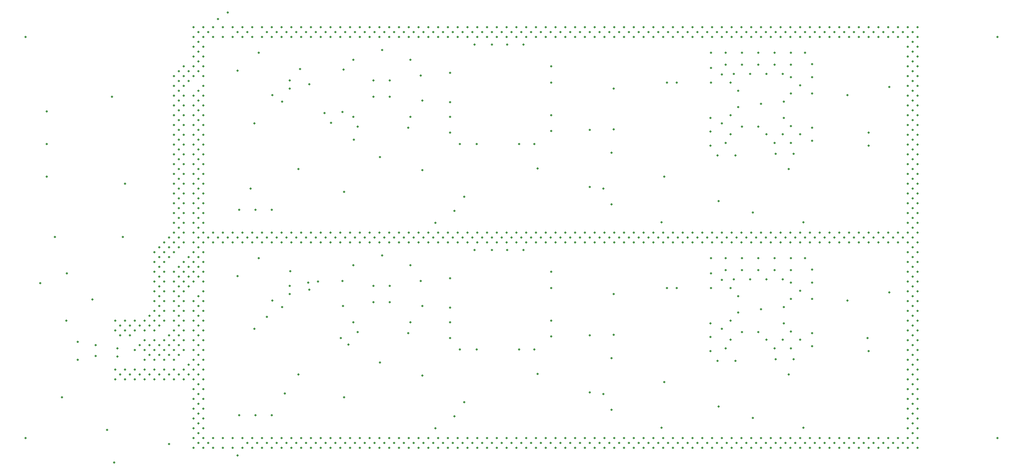
<source format=gbo>
%TF.GenerationSoftware,KiCad,Pcbnew,7.0.10-7.0.10~ubuntu22.04.1*%
%TF.CreationDate,2024-02-23T19:53:56-06:00*%
%TF.ProjectId,aom_driver,616f6d5f-6472-4697-9665-722e6b696361,v1*%
%TF.SameCoordinates,Original*%
%TF.FileFunction,Legend,Bot*%
%TF.FilePolarity,Positive*%
%FSLAX46Y46*%
G04 Gerber Fmt 4.6, Leading zero omitted, Abs format (unit mm)*
G04 Created by KiCad (PCBNEW 7.0.10-7.0.10~ubuntu22.04.1) date 2024-02-23 19:53:56*
%MOMM*%
%LPD*%
G01*
G04 APERTURE LIST*
%ADD10C,0.350000*%
G04 APERTURE END LIST*
D10*
X196889500Y-97282000D03*
X107188500Y-64643500D03*
X174752000Y-97282500D03*
X174751500Y-129286000D03*
X142493500Y-127507500D03*
X142494000Y-95504000D03*
X125348500Y-124586500D03*
X125349000Y-92583000D03*
X196889000Y-129285500D03*
X207010000Y-83312000D03*
X206883000Y-115315500D03*
X80264500Y-99568000D03*
X98806500Y-91313500D03*
X171958000Y-130937000D03*
X98806500Y-77597500D03*
X195326000Y-86614000D03*
X201676000Y-131699000D03*
X101854500Y-101981500D03*
X213868500Y-131699500D03*
X157607500Y-73025500D03*
X141859500Y-83312500D03*
X172720500Y-99695500D03*
X100330500Y-95885500D03*
X214630500Y-71501500D03*
X120142000Y-132461000D03*
X140716500Y-67691500D03*
X213106500Y-118745500D03*
X100330500Y-82169500D03*
X107950500Y-100457500D03*
X141859000Y-115316000D03*
X157607500Y-80645500D03*
X101092500Y-105791500D03*
X120142500Y-68453500D03*
X184785000Y-102870000D03*
X147574000Y-130937000D03*
X141478500Y-68453500D03*
X108712500Y-99695500D03*
X177292000Y-131699000D03*
X91948500Y-121031500D03*
X162814000Y-130937000D03*
X162052500Y-99695500D03*
X102616500Y-93599500D03*
X187960500Y-67691500D03*
X139192500Y-67691500D03*
X207010500Y-68453500D03*
X155194000Y-130937000D03*
X191770500Y-100457500D03*
X135382500Y-66929500D03*
X139192500Y-99695500D03*
X103378500Y-89789500D03*
X101854500Y-82169500D03*
X99568500Y-98171500D03*
X152908000Y-131699000D03*
X184912500Y-99695500D03*
X107950500Y-68453500D03*
X133096500Y-99695500D03*
X197866000Y-130937000D03*
X112522500Y-66929500D03*
X149860500Y-99695500D03*
X191008000Y-131699000D03*
X213868500Y-127127500D03*
X101854500Y-88265500D03*
X145669000Y-101600000D03*
X126238500Y-98933500D03*
X138430500Y-66929500D03*
X141859000Y-112903000D03*
X139572500Y-129412500D03*
X101854500Y-114173500D03*
X182499000Y-102870000D03*
X156718500Y-100457500D03*
X98044500Y-101219500D03*
X214630500Y-68453500D03*
X213106500Y-86741500D03*
X214630500Y-114173500D03*
X181102500Y-66929500D03*
X99568500Y-108839500D03*
X102616500Y-105791500D03*
X197866500Y-66929500D03*
X97282500Y-101981500D03*
X106426000Y-132461000D03*
X182626000Y-132461000D03*
X102616500Y-116459500D03*
X100330500Y-111125500D03*
X109474000Y-130937000D03*
X126238500Y-68453500D03*
X194563000Y-121030000D03*
X92710500Y-121793500D03*
X214630500Y-132461500D03*
X95758500Y-114173500D03*
X115697000Y-110490000D03*
X129286000Y-132461000D03*
X213106500Y-66929500D03*
X170434500Y-66929500D03*
X212344500Y-131699500D03*
X168148500Y-99695500D03*
X123190500Y-98933500D03*
X101854500Y-100457500D03*
X213106500Y-80645500D03*
X144526500Y-100457500D03*
X179578500Y-100457500D03*
X177292500Y-67691500D03*
X182499500Y-75565500D03*
X103378500Y-92837500D03*
X98044500Y-114935500D03*
X168910000Y-130937000D03*
X97282500Y-121793500D03*
X213868500Y-96647500D03*
X106426500Y-100457500D03*
X97282500Y-117221500D03*
X118618500Y-66929500D03*
X194945500Y-70866500D03*
X187198000Y-132461000D03*
X91186500Y-121793500D03*
X121666500Y-66929500D03*
X98044500Y-116459500D03*
X101854500Y-103505500D03*
X205486000Y-132461000D03*
X111760000Y-131699000D03*
X203962000Y-130937000D03*
X183641500Y-125983500D03*
X101854500Y-89789500D03*
X184150000Y-130937000D03*
X161290500Y-100457500D03*
X115570000Y-132461000D03*
X100330500Y-97409500D03*
X213868500Y-108839500D03*
X198247500Y-77216500D03*
X209296500Y-67691500D03*
X210058500Y-98933500D03*
X214630500Y-85217500D03*
X154432000Y-131699000D03*
X101854500Y-105029500D03*
X152146000Y-132461000D03*
X109474500Y-100457500D03*
X153670500Y-66929500D03*
X99568500Y-96647500D03*
X103378500Y-121793500D03*
X98806500Y-88265500D03*
X149098500Y-98933500D03*
X136906500Y-68453500D03*
X203962500Y-98933500D03*
X89662500Y-114173500D03*
X179578500Y-66929500D03*
X124769500Y-115317500D03*
X114046500Y-98933500D03*
X178054500Y-68453500D03*
X198247000Y-106680000D03*
X96520500Y-104267500D03*
X110998000Y-132461000D03*
X155956000Y-131699000D03*
X164338500Y-68453500D03*
X120904500Y-99695500D03*
X210058500Y-100457500D03*
X213106500Y-68453500D03*
X130810500Y-98933500D03*
X158242500Y-66929500D03*
X196342000Y-132461000D03*
X104140500Y-67691500D03*
X189015500Y-127762000D03*
X149098500Y-66929500D03*
X183642000Y-93980000D03*
X103378500Y-100457500D03*
X128524000Y-131699000D03*
X143764500Y-67691500D03*
X176530500Y-68453500D03*
X161290000Y-132461000D03*
X102616500Y-87503500D03*
X106426500Y-66929500D03*
X174244500Y-67691500D03*
X213868500Y-102743500D03*
X137470000Y-121160000D03*
X214630500Y-115697500D03*
X207772000Y-131699000D03*
X213106500Y-77597500D03*
X131572500Y-67691500D03*
X89662500Y-120269500D03*
X152908500Y-67691500D03*
X168148000Y-131699000D03*
X99568500Y-79883500D03*
X127437500Y-82425500D03*
X118166000Y-89029000D03*
X191770500Y-98933500D03*
X92710500Y-114173500D03*
X181102000Y-130937000D03*
X210058500Y-68453500D03*
X141478500Y-100457500D03*
X115697500Y-78486500D03*
X213106500Y-127889500D03*
X97282500Y-120269500D03*
X99568500Y-89027500D03*
X101854500Y-80645500D03*
X102616500Y-131699500D03*
X185674500Y-98933500D03*
X187960500Y-99695500D03*
X126238000Y-132461000D03*
X168910500Y-98933500D03*
X214630500Y-77597500D03*
X186309000Y-118872000D03*
X98806500Y-89789500D03*
X123190500Y-100457500D03*
X155447500Y-120903500D03*
X118618500Y-98933500D03*
X197104500Y-70866500D03*
X186309500Y-86868500D03*
X136906000Y-132461000D03*
X213106500Y-123317500D03*
X161290500Y-66929500D03*
X178054500Y-66929500D03*
X167004500Y-126491500D03*
X127762500Y-98933500D03*
X127000500Y-99695500D03*
X145288500Y-99695500D03*
X117856000Y-131699000D03*
X214630500Y-86741500D03*
X108712500Y-67691500D03*
X99568500Y-110363500D03*
X103378500Y-83693500D03*
X100330500Y-92837500D03*
X95758500Y-109601500D03*
X205486500Y-68453500D03*
X95758500Y-118745500D03*
X137470000Y-110365000D03*
X213106500Y-98933500D03*
X159766500Y-66929500D03*
X90043500Y-118237500D03*
X164338500Y-66929500D03*
X95758500Y-120269500D03*
X175189500Y-90172500D03*
X175768500Y-67691500D03*
X144018000Y-93345000D03*
X124714000Y-132461000D03*
X147574500Y-100457500D03*
X182626500Y-68453500D03*
X117094500Y-98933500D03*
X102616500Y-111887500D03*
X213106500Y-69977500D03*
X171958000Y-132461000D03*
X133858500Y-100457500D03*
X207772500Y-67691500D03*
X103378500Y-97409500D03*
X213106500Y-100457500D03*
X175006500Y-100457500D03*
X192405500Y-70866500D03*
X214630500Y-95885500D03*
X99568500Y-116459500D03*
X102616500Y-92075500D03*
X210820000Y-131699000D03*
X195580500Y-99695500D03*
X213868500Y-92075500D03*
X139954500Y-100457500D03*
X213106500Y-115697500D03*
X101854500Y-77597500D03*
X137668000Y-131699000D03*
X92710500Y-120269500D03*
X175006000Y-132461000D03*
X208534500Y-100457500D03*
X165862500Y-98933500D03*
X131247500Y-70487500D03*
X127762500Y-100457500D03*
X104140500Y-131699500D03*
X100330500Y-89789500D03*
X134620500Y-99695500D03*
X104902500Y-66929500D03*
X86106000Y-109363000D03*
X103378500Y-115697500D03*
X114046500Y-66929500D03*
X187198500Y-68453500D03*
X155194500Y-68453500D03*
X101854500Y-112649500D03*
X184150000Y-132461000D03*
X103378500Y-101981500D03*
X159004500Y-67691500D03*
X162814500Y-98933500D03*
X197866500Y-68453500D03*
X122428500Y-67691500D03*
X110236000Y-131699000D03*
X113284000Y-131699000D03*
X123190000Y-132461000D03*
X100330500Y-100457500D03*
X213106500Y-79121500D03*
X167386500Y-68453500D03*
X166624500Y-99695500D03*
X99568500Y-121031500D03*
X191770000Y-132461000D03*
X160528500Y-99695500D03*
X94996000Y-111887000D03*
X197866000Y-132461000D03*
X124714500Y-66929500D03*
X88392000Y-129667000D03*
X98806500Y-105029500D03*
X159004500Y-99695500D03*
X213868500Y-111887500D03*
X196342500Y-68453500D03*
X213868500Y-93599500D03*
X213106500Y-114173500D03*
X103378500Y-105029500D03*
X206248500Y-99695500D03*
X139573000Y-97409000D03*
X98806500Y-83693500D03*
X213868500Y-95123500D03*
X117094500Y-100457500D03*
X91948500Y-114935500D03*
X139954500Y-66929500D03*
X107188500Y-99695500D03*
X144526500Y-98933500D03*
X81407500Y-124587500D03*
X170434500Y-100457500D03*
X182372000Y-117348000D03*
X155194500Y-98933500D03*
X207010000Y-117348000D03*
X95758500Y-108077500D03*
X183388500Y-99695500D03*
X186436500Y-99695500D03*
X101854500Y-118745500D03*
X190246000Y-130937000D03*
X101854500Y-97409500D03*
X109474500Y-66929500D03*
X182372500Y-85344500D03*
X116332500Y-67691500D03*
X103378500Y-118745500D03*
X207010000Y-132461000D03*
X202438500Y-98933500D03*
X100330500Y-117221500D03*
X147574500Y-98933500D03*
X111760500Y-99695500D03*
X213106500Y-121793500D03*
X184912500Y-67691500D03*
X103378500Y-88265500D03*
X149098500Y-68453500D03*
X102616500Y-130175500D03*
X90845000Y-99618000D03*
X99568500Y-95123500D03*
X120142500Y-98933500D03*
X126238500Y-100457500D03*
X129286500Y-68453500D03*
X104902500Y-68453500D03*
X115570500Y-100457500D03*
X101854500Y-109601500D03*
X193294500Y-100457500D03*
X146050500Y-98933500D03*
X175006500Y-66929500D03*
X100330500Y-86741500D03*
X140716000Y-131699000D03*
X212344500Y-99695500D03*
X112522000Y-130937000D03*
X142240500Y-99695500D03*
X117094500Y-68453500D03*
X111379000Y-81915000D03*
X187198500Y-66929500D03*
X213106500Y-108077500D03*
X155448000Y-88900000D03*
X103378500Y-123317500D03*
X105664500Y-99695500D03*
X200914500Y-98933500D03*
X93472500Y-113411500D03*
X143002500Y-98933500D03*
X193294500Y-68453500D03*
X205486500Y-98933500D03*
X184150500Y-66929500D03*
X166624500Y-67691500D03*
X101854500Y-106553500D03*
X98806500Y-97409500D03*
X90424500Y-121031500D03*
X207010000Y-85344000D03*
X117094500Y-66929500D03*
X173482500Y-98933500D03*
X98806500Y-85217500D03*
X165100500Y-99695500D03*
X98806500Y-101981500D03*
X213868500Y-114935500D03*
X156718000Y-130937000D03*
X123952500Y-67691500D03*
X103378500Y-117221500D03*
X161290500Y-68453500D03*
X186436500Y-67691500D03*
X214630500Y-109601500D03*
X98806500Y-115697500D03*
X214630500Y-127889500D03*
X211582500Y-68453500D03*
X198247000Y-104648000D03*
X138430500Y-100457500D03*
X192532500Y-67691500D03*
X214630500Y-91313500D03*
X117856500Y-67691500D03*
X203200000Y-131699000D03*
X98806500Y-118745500D03*
X114808500Y-99695500D03*
X96520500Y-113411500D03*
X99568500Y-73787500D03*
X101854500Y-85217500D03*
X182499500Y-73279500D03*
X115570500Y-68453500D03*
X141859500Y-74041500D03*
X141478500Y-66929500D03*
X164338500Y-100457500D03*
X205486500Y-100457500D03*
X210058500Y-66929500D03*
X123190500Y-66929500D03*
X192532500Y-99695500D03*
X185674500Y-100457500D03*
X118618500Y-68453500D03*
X175006500Y-98933500D03*
X159766500Y-98933500D03*
X99568500Y-87503500D03*
X110998000Y-130937000D03*
X180340000Y-131699000D03*
X155194000Y-132461000D03*
X99568500Y-90551500D03*
X125151000Y-110365000D03*
X101854500Y-126365500D03*
X213868500Y-110363500D03*
X213868500Y-81407500D03*
X110998500Y-100457500D03*
X157607000Y-107569000D03*
X141859000Y-106045000D03*
X128524500Y-67691500D03*
X148336500Y-69596500D03*
X100330500Y-103505500D03*
X102616500Y-102743500D03*
X94996500Y-113411500D03*
X213106500Y-129413500D03*
X99568500Y-114935500D03*
X118165500Y-121032500D03*
X96520500Y-107315500D03*
X168910500Y-68453500D03*
X155194500Y-66929500D03*
X99568500Y-101219500D03*
X187198500Y-100457500D03*
X169672500Y-67691500D03*
X137470500Y-89156500D03*
X213868500Y-113411500D03*
X131572500Y-99695500D03*
X156718500Y-98933500D03*
X202438500Y-68453500D03*
X133858500Y-68453500D03*
X181864500Y-99695500D03*
X141859000Y-110617000D03*
X213106500Y-109601500D03*
X98806500Y-114173500D03*
X95758500Y-105029500D03*
X103378500Y-86741500D03*
X132334500Y-68453500D03*
X153670500Y-68453500D03*
X148336500Y-67691500D03*
X195325500Y-118617500D03*
X129286000Y-130937000D03*
X101854500Y-129413500D03*
X167315500Y-76456500D03*
X199390500Y-66929500D03*
X101854500Y-132461500D03*
X213868500Y-116459500D03*
X207772500Y-99695500D03*
X120142000Y-130937000D03*
X106426000Y-130937000D03*
X122428000Y-131699000D03*
X139954000Y-132461000D03*
X154432500Y-99695500D03*
X204724500Y-99695500D03*
X213106500Y-106553500D03*
X139954500Y-68453500D03*
X142240000Y-131699000D03*
X126873000Y-84455000D03*
X141859500Y-80899500D03*
X124714000Y-130937000D03*
X172720500Y-67691500D03*
X184912000Y-131699000D03*
X191770500Y-66929500D03*
X116966500Y-104901500D03*
X101092000Y-107315000D03*
X94234500Y-118745500D03*
X127762000Y-130937000D03*
X99568500Y-84455500D03*
X214630500Y-101981500D03*
X190246000Y-132461000D03*
X103378500Y-112649500D03*
X146050500Y-66929500D03*
X167386000Y-130937000D03*
X119380000Y-131699000D03*
X101854500Y-92837500D03*
X161290500Y-98933500D03*
X212344500Y-67691500D03*
X162814500Y-66929500D03*
X214630500Y-121793500D03*
X213106500Y-126365500D03*
X197866500Y-100457500D03*
X102616500Y-78359500D03*
X145288500Y-67691500D03*
X116840000Y-107188000D03*
X110236500Y-67691500D03*
X102616500Y-82931500D03*
X214630500Y-76073500D03*
X136906500Y-98933500D03*
X182372000Y-113030000D03*
X214630500Y-106553500D03*
X214630500Y-105029500D03*
X103378500Y-132461500D03*
X121666500Y-98933500D03*
X107950500Y-66929500D03*
X183388000Y-131699000D03*
X176530000Y-132461000D03*
X112522500Y-98933500D03*
X143383500Y-85090500D03*
X167315500Y-82806500D03*
X175189000Y-122176000D03*
X102616500Y-76835500D03*
X96520500Y-108839500D03*
X98806500Y-106553500D03*
X164338500Y-98933500D03*
X102616500Y-99695500D03*
X200152500Y-99695500D03*
X200914500Y-100457500D03*
X103378500Y-106553500D03*
X165862000Y-130937000D03*
X170434500Y-68453500D03*
X103378500Y-69977500D03*
X103378500Y-71501500D03*
X103378500Y-73025500D03*
X175768500Y-99695500D03*
X210820500Y-99695500D03*
X157607000Y-115062000D03*
X174244500Y-99695500D03*
X154432500Y-67691500D03*
X123952000Y-131699000D03*
X100330500Y-98933500D03*
X179578000Y-132461000D03*
X202438000Y-130937000D03*
X95758500Y-115697500D03*
X200914500Y-68453500D03*
X183515000Y-118872000D03*
X97282500Y-106553500D03*
X157480500Y-99695500D03*
X148336500Y-99695500D03*
X190246500Y-98933500D03*
X170434000Y-132461000D03*
X102616500Y-124079500D03*
X99568500Y-111887500D03*
X95758500Y-106553500D03*
X193294000Y-130937000D03*
X213868500Y-67691500D03*
X213106500Y-124841500D03*
X140716500Y-99695500D03*
X102616500Y-121031500D03*
X213868500Y-125603500D03*
X91186500Y-114173500D03*
X213106500Y-132461500D03*
X130048500Y-99695500D03*
X203200500Y-67691500D03*
X173482500Y-68453500D03*
X124714500Y-68453500D03*
X136144500Y-67691500D03*
X131247000Y-102491000D03*
X194818000Y-130937000D03*
X214630500Y-129413500D03*
X213106500Y-71501500D03*
X208534500Y-66929500D03*
X165862500Y-66929500D03*
X98806500Y-98933500D03*
X149098500Y-100457500D03*
X209296500Y-99695500D03*
X125024000Y-106428000D03*
X183515500Y-86868500D03*
X95758500Y-112649500D03*
X213868500Y-84455500D03*
X138430000Y-130937000D03*
X189484500Y-67691500D03*
X98806500Y-92837500D03*
X131572000Y-131699000D03*
X135382500Y-68453500D03*
X210241000Y-108206000D03*
X177292500Y-99695500D03*
X120142500Y-100457500D03*
X207010500Y-100457500D03*
X157607500Y-75565500D03*
X182499500Y-70866500D03*
X213106500Y-74549500D03*
X100330500Y-76073500D03*
X213106500Y-95885500D03*
X214630500Y-124841500D03*
X147574500Y-66929500D03*
X181102500Y-98933500D03*
X91186500Y-112649500D03*
X189865000Y-102870000D03*
X103378500Y-120269500D03*
X213106500Y-105029500D03*
X196342000Y-130937000D03*
X165100000Y-131699000D03*
X139954500Y-98933500D03*
X213106500Y-92837500D03*
X101854500Y-120269500D03*
X143383000Y-117094000D03*
X109474000Y-132461000D03*
X177094500Y-75567500D03*
X199390500Y-100457500D03*
X99568500Y-113411500D03*
X130048000Y-131699000D03*
X101854500Y-111125500D03*
X101854500Y-69977500D03*
X188722000Y-132461000D03*
X170434000Y-130937000D03*
X107950500Y-98933500D03*
X95758500Y-103505500D03*
X101854500Y-95885500D03*
X171196500Y-67691500D03*
X106426500Y-98933500D03*
X133096500Y-67691500D03*
X135382000Y-130937000D03*
X199390000Y-132461000D03*
X214630500Y-69977500D03*
X199390000Y-130937000D03*
X182626000Y-130937000D03*
X133096000Y-131699000D03*
X187960000Y-131699000D03*
X201676500Y-67691500D03*
X106426500Y-68453500D03*
X150622500Y-98933500D03*
X163576500Y-99695500D03*
X171196500Y-99695500D03*
X175570000Y-107571000D03*
X137668500Y-67691500D03*
X100330500Y-105029500D03*
X156718000Y-132461000D03*
X102616500Y-84455500D03*
X152146500Y-98933500D03*
X185674500Y-66929500D03*
X98806500Y-95885500D03*
X103378500Y-85217500D03*
X101854500Y-130937500D03*
X201676500Y-99695500D03*
X102616500Y-122555500D03*
X102616500Y-95123500D03*
X114173500Y-77470500D03*
X103378500Y-66929500D03*
X167386500Y-66929500D03*
X99568500Y-82931500D03*
X199390500Y-68453500D03*
X102616500Y-101219500D03*
X103378500Y-77597500D03*
X173482000Y-132461000D03*
X136906000Y-130937000D03*
X122301000Y-80264000D03*
X99568500Y-92075500D03*
X165862500Y-100457500D03*
X114046500Y-100457500D03*
X194818500Y-68453500D03*
X165100500Y-67691500D03*
X103378500Y-109601500D03*
X136906500Y-66929500D03*
X98044500Y-117983500D03*
X125095000Y-80137000D03*
X205486000Y-130937000D03*
X188722500Y-98933500D03*
X213106500Y-88265500D03*
X196342500Y-100457500D03*
X180340500Y-99695500D03*
X100330500Y-121793500D03*
X213106500Y-103505500D03*
X207010000Y-130937000D03*
X98044500Y-121031500D03*
X178816500Y-99695500D03*
X171958500Y-68453500D03*
X142240500Y-67691500D03*
X173482000Y-130937000D03*
X116332000Y-131699000D03*
X99568500Y-117983500D03*
X129286500Y-66929500D03*
X143764000Y-131699000D03*
X214630500Y-120269500D03*
X103378500Y-68453500D03*
X179578500Y-98933500D03*
X192532000Y-131699000D03*
X181864000Y-131699000D03*
X185674500Y-68453500D03*
X94996500Y-121031500D03*
X213868500Y-130175500D03*
X151384500Y-67691500D03*
X213106500Y-91313500D03*
X120142500Y-66929500D03*
X96520500Y-116459500D03*
X189865500Y-70866500D03*
X155194500Y-100457500D03*
X213106500Y-85217500D03*
X213868500Y-90551500D03*
X169672000Y-131699000D03*
X94234500Y-120269500D03*
X157480000Y-131699000D03*
X121666000Y-132461000D03*
X200914000Y-132461000D03*
X207010500Y-66929500D03*
X135311500Y-82552500D03*
X167386500Y-100457500D03*
X213106500Y-82169500D03*
X178054000Y-132461000D03*
X99568500Y-99695500D03*
X202438500Y-66929500D03*
X153670000Y-132461000D03*
X179578000Y-130937000D03*
X138430500Y-98933500D03*
X163576000Y-114935000D03*
X121666500Y-100457500D03*
X136144000Y-131699000D03*
X143002000Y-132461000D03*
X214630500Y-108077500D03*
X162052000Y-131699000D03*
X163575500Y-123824500D03*
X149860000Y-131699000D03*
X110998500Y-66929500D03*
X101854500Y-127889500D03*
X188722500Y-68453500D03*
X133858500Y-66929500D03*
X214630500Y-117221500D03*
X102616500Y-125603500D03*
X95758500Y-117221500D03*
X208534500Y-98933500D03*
X210820500Y-67691500D03*
X214630500Y-103505500D03*
X150622500Y-68453500D03*
X104902500Y-130937500D03*
X100330500Y-73025500D03*
X184150500Y-68453500D03*
X146812500Y-99695500D03*
X99568500Y-78359500D03*
X167315000Y-108460000D03*
X145288000Y-131699000D03*
X213868500Y-98171500D03*
X96520500Y-111887500D03*
X103378500Y-79121500D03*
X156718500Y-66929500D03*
X153289000Y-101600000D03*
X213868500Y-73787500D03*
X177094000Y-107571000D03*
X116840500Y-75184500D03*
X90424500Y-114935500D03*
X97282500Y-105029500D03*
X98044500Y-99695500D03*
X203962500Y-68453500D03*
X214630500Y-112649500D03*
X168910000Y-132461000D03*
X127762500Y-68453500D03*
X102616500Y-67691500D03*
X207010500Y-98933500D03*
X191770500Y-68453500D03*
X103378500Y-108077500D03*
X97282500Y-111125500D03*
X101854500Y-79121500D03*
X203962500Y-66929500D03*
X133858000Y-132461000D03*
X147574000Y-132461000D03*
X102616500Y-73787500D03*
X193294500Y-98933500D03*
X185674000Y-132461000D03*
X175570500Y-75567500D03*
X150622500Y-100457500D03*
X114046500Y-68453500D03*
X157480500Y-67691500D03*
X195580000Y-131699000D03*
X113284500Y-67691500D03*
X127000500Y-67691500D03*
X97282500Y-103505500D03*
X112522500Y-100457500D03*
X101854500Y-86741500D03*
X137216000Y-106428000D03*
X101854500Y-66929500D03*
X204724000Y-131699000D03*
X148336000Y-131699000D03*
X99568500Y-105791500D03*
X213868500Y-104267500D03*
X178816500Y-67691500D03*
X182499000Y-107569000D03*
X107950000Y-132461000D03*
X152583500Y-85092500D03*
X101854500Y-91313500D03*
X132334500Y-98933500D03*
X102616500Y-108839500D03*
X109474500Y-68453500D03*
X183388500Y-67691500D03*
X175768000Y-131699000D03*
X214630500Y-74549500D03*
X192531500Y-118617500D03*
X101854500Y-83693500D03*
X112522500Y-68453500D03*
X213868500Y-69215500D03*
X162814500Y-68453500D03*
X102616500Y-128651500D03*
X159004000Y-131699000D03*
X198247500Y-82550000D03*
X126238000Y-130937000D03*
X197104000Y-102870000D03*
X125983500Y-116331500D03*
X102616500Y-113411500D03*
X166624000Y-131699000D03*
X213868500Y-101219500D03*
X92710500Y-117221500D03*
X99568500Y-93599500D03*
X208534000Y-130937000D03*
X204724500Y-67691500D03*
X182372000Y-115189000D03*
X179578500Y-68453500D03*
X130810500Y-66929500D03*
X213868500Y-107315500D03*
X211582500Y-98933500D03*
X213106500Y-83693500D03*
X98806500Y-109601500D03*
X181864500Y-67691500D03*
X122428500Y-99695500D03*
X167005000Y-94488000D03*
X95758500Y-121793500D03*
X86614500Y-116459500D03*
X180340500Y-67691500D03*
X96520500Y-105791500D03*
X134620500Y-67691500D03*
X101092500Y-119507500D03*
X208534000Y-132461000D03*
X98806500Y-121793500D03*
X103378500Y-91313500D03*
X111378500Y-113918500D03*
X98806500Y-111125500D03*
X129286500Y-98933500D03*
X98044000Y-131826000D03*
X141478000Y-132461000D03*
X119761000Y-106680000D03*
X144526000Y-132461000D03*
X145669500Y-69596500D03*
X184785500Y-70866500D03*
X146050500Y-100457500D03*
X96520500Y-102743500D03*
X191770000Y-130937000D03*
X130048500Y-67691500D03*
X136144500Y-99695500D03*
X213868500Y-85979500D03*
X132334500Y-100457500D03*
X213106500Y-97409500D03*
X213868500Y-70739500D03*
X162814000Y-132461000D03*
X100330500Y-120269500D03*
X130810500Y-68453500D03*
X203708000Y-77470000D03*
X149098000Y-132461000D03*
X194818500Y-100457500D03*
X144526500Y-66929500D03*
X144017500Y-125348500D03*
X153670500Y-100457500D03*
X146812500Y-67691500D03*
X95758500Y-101981500D03*
X184150500Y-100457500D03*
X103378500Y-114173500D03*
X101854500Y-68453500D03*
X196342500Y-66929500D03*
X152146500Y-100457500D03*
X100330500Y-83693500D03*
X104902500Y-132461500D03*
X165862500Y-68453500D03*
X214630500Y-82169500D03*
X213868500Y-76835500D03*
X116840000Y-108458000D03*
X187325000Y-102870000D03*
X103378500Y-127889500D03*
X165862000Y-132461000D03*
X91186000Y-91313000D03*
X101854500Y-124841500D03*
X153289500Y-69596500D03*
X123190500Y-68453500D03*
X103378500Y-74549500D03*
X203962000Y-132461000D03*
X213106500Y-117221500D03*
X143002000Y-130937000D03*
X118618000Y-132461000D03*
X121666500Y-68453500D03*
X133858500Y-98933500D03*
X194056500Y-99695500D03*
X214630500Y-88265500D03*
X159766000Y-132461000D03*
X125222000Y-73533000D03*
X188722500Y-100457500D03*
X101854500Y-71501500D03*
X98806500Y-112649500D03*
X161290000Y-130937000D03*
X114808500Y-67691500D03*
X164338000Y-130937000D03*
X198247000Y-114553500D03*
X213106500Y-89789500D03*
X175006500Y-68453500D03*
X96520500Y-110363500D03*
X213868500Y-119507500D03*
X102616500Y-72263500D03*
X162052500Y-67691500D03*
X89154000Y-77724000D03*
X213106500Y-120269500D03*
X181102500Y-100457500D03*
X164338000Y-132461000D03*
X102616500Y-90551500D03*
X139192000Y-131699000D03*
X213106500Y-112649500D03*
X198247500Y-74676500D03*
X145979500Y-85092500D03*
X200914500Y-66929500D03*
X213868500Y-105791500D03*
X195580500Y-67691500D03*
X141478000Y-130937000D03*
X137470500Y-78361500D03*
X197104500Y-67691500D03*
X130810500Y-100457500D03*
X210241500Y-76202500D03*
X96520500Y-117983500D03*
X163576000Y-91821000D03*
X211582500Y-100457500D03*
X128524500Y-99695500D03*
X170434500Y-98933500D03*
X99568500Y-81407500D03*
X127762500Y-66929500D03*
X152908500Y-99695500D03*
X103378500Y-111125500D03*
X144526500Y-68453500D03*
X102616500Y-117983500D03*
X144526000Y-130937000D03*
X139954000Y-130937000D03*
X196342500Y-98933500D03*
X102616500Y-85979500D03*
X199390500Y-98933500D03*
X90043500Y-116967500D03*
X146050000Y-132461000D03*
X214630500Y-100457500D03*
X115570500Y-98933500D03*
X98806500Y-94361500D03*
X213868500Y-89027500D03*
X214630500Y-94361500D03*
X143002500Y-68453500D03*
X98806500Y-76073500D03*
X110998500Y-98933500D03*
X102616500Y-96647500D03*
X211582000Y-130937000D03*
X194818500Y-66929500D03*
X126238500Y-66929500D03*
X86614500Y-118110500D03*
X102616500Y-69215500D03*
X149098000Y-130937000D03*
X187198000Y-130937000D03*
X213868500Y-82931500D03*
X189016000Y-95758500D03*
X213868500Y-87503500D03*
X154940000Y-117094000D03*
X102616500Y-104267500D03*
X119380500Y-67691500D03*
X96520500Y-101219500D03*
X214630500Y-118745500D03*
X213868500Y-117983500D03*
X129286500Y-100457500D03*
X100330500Y-91313500D03*
X103378500Y-124841500D03*
X130810000Y-130937000D03*
X103378500Y-130937500D03*
X110236500Y-99695500D03*
X102616500Y-81407500D03*
X175006000Y-130937000D03*
X132334000Y-130937000D03*
X213868500Y-75311500D03*
X198247500Y-72644500D03*
X92710500Y-112649500D03*
X94234500Y-121793500D03*
X138430000Y-132461000D03*
X188722000Y-130937000D03*
X176530000Y-130937000D03*
X152146500Y-66929500D03*
X171958500Y-98933500D03*
X214630500Y-98933500D03*
X152146500Y-68453500D03*
X192532000Y-86614000D03*
X91948500Y-113411500D03*
X178054500Y-98933500D03*
X214630500Y-89789500D03*
X103378500Y-129413500D03*
X97282500Y-109601500D03*
X127762000Y-132461000D03*
X214630500Y-66929500D03*
X101092500Y-73787500D03*
X213106500Y-76073500D03*
X197104500Y-99695500D03*
X119380500Y-99695500D03*
X162814500Y-100457500D03*
X135311000Y-114556000D03*
X98806500Y-82169500D03*
X112014000Y-70866000D03*
X109474500Y-98933500D03*
X178054000Y-130937000D03*
X194056000Y-131699000D03*
X193294000Y-132461000D03*
X182626500Y-100457500D03*
X101854500Y-123317500D03*
X184150500Y-98933500D03*
X151384000Y-131699000D03*
X102616500Y-127127500D03*
X160528500Y-67691500D03*
X104902500Y-98933500D03*
X90424500Y-113411500D03*
X118491000Y-73406000D03*
X203707500Y-109473500D03*
X193294500Y-66929500D03*
X91186500Y-120269500D03*
X176530500Y-100457500D03*
X103378500Y-80645500D03*
X100330500Y-114173500D03*
X191008500Y-99695500D03*
X138430500Y-68453500D03*
X114173000Y-109474000D03*
X209296000Y-131699000D03*
X100330500Y-112649500D03*
X97282500Y-100457500D03*
X98806500Y-74549500D03*
X214630500Y-97409500D03*
X103378500Y-98933500D03*
X156718500Y-68453500D03*
X167315000Y-114810000D03*
X101092500Y-104267500D03*
X134620000Y-131699000D03*
X101854500Y-117221500D03*
X214630500Y-92837500D03*
X206248000Y-131699000D03*
X159766500Y-68453500D03*
X182626500Y-66929500D03*
X198628500Y-67691500D03*
X211582000Y-132461000D03*
X103378500Y-76073500D03*
X114046000Y-132461000D03*
X146812000Y-131699000D03*
X121285000Y-106553000D03*
X145979000Y-117096000D03*
X200152500Y-67691500D03*
X94234500Y-115697500D03*
X152146000Y-130937000D03*
X116332500Y-99695500D03*
X121666000Y-130937000D03*
X102616500Y-110363500D03*
X132334000Y-132461000D03*
X102616500Y-98171500D03*
X100330500Y-74549500D03*
X124714500Y-100457500D03*
X98044500Y-102743500D03*
X213868500Y-128651500D03*
X125476500Y-99695500D03*
X198628500Y-99695500D03*
X100330500Y-80645500D03*
X101092500Y-75311500D03*
X97282500Y-108077500D03*
X168910500Y-66929500D03*
X98806500Y-86741500D03*
X172720000Y-131699000D03*
X213868500Y-78359500D03*
X213868500Y-122555500D03*
X190246500Y-100457500D03*
X176530500Y-66929500D03*
X99568500Y-104267500D03*
X117094000Y-132461000D03*
X152583000Y-117096000D03*
X118618500Y-100457500D03*
X123952500Y-99695500D03*
X214630500Y-130937500D03*
X101092500Y-121031500D03*
X176530500Y-98933500D03*
X94234500Y-117221500D03*
X182372500Y-83185500D03*
X189484000Y-131699000D03*
X154940500Y-85090500D03*
X120904500Y-67691500D03*
X214630500Y-83693500D03*
X191008500Y-67691500D03*
X171196000Y-131699000D03*
X89662500Y-112649500D03*
X205486500Y-66929500D03*
X163576000Y-131699000D03*
X94234500Y-114173500D03*
X98806500Y-108077500D03*
X178054500Y-100457500D03*
X158242000Y-132461000D03*
X149860500Y-67691500D03*
X124714500Y-98933500D03*
X99568500Y-75311500D03*
X167386500Y-98933500D03*
X160528000Y-131699000D03*
X97282500Y-115697500D03*
X203962500Y-100457500D03*
X137216500Y-74424500D03*
X158242000Y-130937000D03*
X99568500Y-107315500D03*
X112013500Y-102869500D03*
X102616500Y-70739500D03*
X158242500Y-100457500D03*
X200914000Y-130937000D03*
X210058000Y-130937000D03*
X103378500Y-103505500D03*
X127000000Y-131699000D03*
X103378500Y-82169500D03*
X202438500Y-100457500D03*
X100330500Y-79121500D03*
X194818500Y-98933500D03*
X192405000Y-102870000D03*
X103378500Y-95885500D03*
X190246500Y-66929500D03*
X173482500Y-100457500D03*
X101092500Y-102743500D03*
X182499000Y-105283000D03*
X198247500Y-84582500D03*
X102616500Y-79883500D03*
X151384500Y-99695500D03*
X174244000Y-131699000D03*
X213106500Y-111125500D03*
X167386000Y-132461000D03*
X123317000Y-81788000D03*
X187198500Y-98933500D03*
X100330500Y-109601500D03*
X150622500Y-66929500D03*
X103378500Y-94361500D03*
X158242500Y-68453500D03*
X98806500Y-120269500D03*
X163576500Y-82931500D03*
X188722500Y-66929500D03*
X213868500Y-99695500D03*
X133858000Y-130937000D03*
X213868500Y-72263500D03*
X115570500Y-66929500D03*
X101854500Y-74549500D03*
X194056500Y-67691500D03*
X100330500Y-88265500D03*
X148336000Y-101600000D03*
X113284500Y-99695500D03*
X214630500Y-123317500D03*
X104140500Y-99695500D03*
X94996500Y-116459500D03*
X125476500Y-67691500D03*
X141859500Y-78613500D03*
X101854500Y-94361500D03*
X118618000Y-130937000D03*
X143002500Y-100457500D03*
X93472500Y-116459500D03*
X98806500Y-79121500D03*
X137668500Y-99695500D03*
X102616500Y-114935500D03*
X150622000Y-132461000D03*
X213106500Y-130937500D03*
X214630500Y-80645500D03*
X93472500Y-121031500D03*
X100330500Y-77597500D03*
X187325500Y-70866500D03*
X95758500Y-111125500D03*
X141478500Y-98933500D03*
X116840500Y-76454500D03*
X157607000Y-112649000D03*
X159766500Y-100457500D03*
X213868500Y-124079500D03*
X214630500Y-79121500D03*
X146050500Y-68453500D03*
X98806500Y-100457500D03*
X194563500Y-89026500D03*
X147574500Y-68453500D03*
X181102000Y-132461000D03*
X171958500Y-100457500D03*
X182626500Y-98933500D03*
X214630500Y-73025500D03*
X102616500Y-119507500D03*
X104902500Y-100457500D03*
X186436000Y-131699000D03*
X178816000Y-131699000D03*
X198247000Y-109220000D03*
X103378500Y-126365500D03*
X112522000Y-132461000D03*
X197104000Y-131699000D03*
X127437000Y-114429000D03*
X153670000Y-130937000D03*
X97282500Y-118745500D03*
X123190000Y-130937000D03*
X146050000Y-130937000D03*
X208534500Y-68453500D03*
X132334500Y-66929500D03*
X97282500Y-112649500D03*
X114808000Y-131699000D03*
X182372500Y-81026500D03*
X110998500Y-68453500D03*
X125476000Y-131699000D03*
X213868500Y-121031500D03*
X100330500Y-94361500D03*
X203200500Y-99695500D03*
X100330500Y-115697500D03*
X114046000Y-130937000D03*
X169672500Y-99695500D03*
X117094000Y-130937000D03*
X159766000Y-130937000D03*
X143764500Y-99695500D03*
X171958500Y-66929500D03*
X198628000Y-131699000D03*
X157607500Y-83058500D03*
X185674000Y-130937000D03*
X99568500Y-85979500D03*
X173482500Y-66929500D03*
X190246500Y-68453500D03*
X98806500Y-80645500D03*
X181102500Y-68453500D03*
X213106500Y-73025500D03*
X100330500Y-85217500D03*
X101854500Y-98933500D03*
X135382500Y-98933500D03*
X100330500Y-108077500D03*
X136906500Y-100457500D03*
X163576500Y-67691500D03*
X200152000Y-131699000D03*
X189484500Y-99695500D03*
X115570000Y-130937000D03*
X211582500Y-66929500D03*
X198247000Y-116586000D03*
X101854500Y-73025500D03*
X101854500Y-115697500D03*
X213106500Y-94361500D03*
X213868500Y-79883500D03*
X158242500Y-98933500D03*
X155956500Y-99695500D03*
X194945000Y-102870000D03*
X143002500Y-66929500D03*
X168910500Y-100457500D03*
X155956500Y-67691500D03*
X89662500Y-121793500D03*
X117856500Y-99695500D03*
X214630500Y-126365500D03*
X100330500Y-106553500D03*
X130810000Y-132461000D03*
X107950000Y-130937000D03*
X213106500Y-101981500D03*
X150622000Y-130937000D03*
X99568500Y-76835500D03*
X153670500Y-98933500D03*
X101854500Y-121793500D03*
X194818000Y-132461000D03*
X210058000Y-132461000D03*
X135382500Y-100457500D03*
X98806500Y-117221500D03*
X120904000Y-131699000D03*
X168148500Y-67691500D03*
X197866500Y-98933500D03*
X214630500Y-111125500D03*
X157607000Y-105029000D03*
X94234500Y-112649500D03*
X202438000Y-132461000D03*
X102616500Y-89027500D03*
X135382000Y-132461000D03*
X96520500Y-121031500D03*
X206248500Y-67691500D03*
X105664500Y-65659500D03*
X110744000Y-92075000D03*
X89535000Y-134747000D03*
X116078000Y-123996400D03*
X83820500Y-115951500D03*
X83820500Y-118745500D03*
X108712000Y-133604000D03*
X77978500Y-106807500D03*
X113284000Y-112014000D03*
X82042500Y-112649500D03*
X119888000Y-107823000D03*
X82169000Y-105283500D03*
X119888500Y-75819500D03*
X94996500Y-117983500D03*
X130937000Y-87122000D03*
X108712000Y-73660000D03*
X130936500Y-119125500D03*
X108711500Y-105663500D03*
X167005000Y-86487000D03*
X150750500Y-69596500D03*
X150750000Y-101600000D03*
X167004500Y-118490500D03*
X165734500Y-124078500D03*
X165735000Y-92075000D03*
X227076500Y-130937500D03*
X114045500Y-127380500D03*
X111505500Y-127380500D03*
X108965500Y-127380500D03*
X227076500Y-68453500D03*
X196342500Y-83566500D03*
X196342500Y-75946500D03*
X194945500Y-84963500D03*
X194945500Y-82296500D03*
X194945500Y-77216500D03*
X194945500Y-74676500D03*
X194945500Y-72771500D03*
X193802500Y-81026500D03*
X193802500Y-78486500D03*
X193675500Y-83566500D03*
X193675500Y-74168500D03*
X192405500Y-84963500D03*
X192405500Y-72771500D03*
X191135500Y-83566500D03*
X191135500Y-74168500D03*
X190246500Y-78867500D03*
X189865500Y-82423500D03*
X189865500Y-72771500D03*
X188595500Y-74168500D03*
X187325500Y-82423500D03*
X187325500Y-72771500D03*
X186690500Y-79375500D03*
X186690500Y-76835500D03*
X186055500Y-74168500D03*
X185547500Y-83566500D03*
X185547500Y-80645500D03*
X185547500Y-75565500D03*
X184785500Y-84963500D03*
X184785500Y-72771500D03*
X184150500Y-81915500D03*
X184150500Y-74295500D03*
X196342000Y-115570000D03*
X196342000Y-107950000D03*
X194945000Y-116967000D03*
X194945000Y-114300000D03*
X194945000Y-109220000D03*
X194945000Y-106680000D03*
X194945000Y-104775000D03*
X193802000Y-113030000D03*
X193802000Y-110490000D03*
X193675000Y-115570000D03*
X193675000Y-106172000D03*
X192405000Y-116967000D03*
X192405000Y-104775000D03*
X191135000Y-115570000D03*
X191135000Y-106172000D03*
X190246000Y-110871000D03*
X189865000Y-114427000D03*
X189865000Y-104775000D03*
X188595000Y-106172000D03*
X187325000Y-114427000D03*
X187325000Y-104775000D03*
X186690000Y-111379000D03*
X186690000Y-108839000D03*
X186055000Y-106172000D03*
X185547000Y-115570000D03*
X185547000Y-112649000D03*
X185547000Y-107569000D03*
X184785000Y-116967000D03*
X184785000Y-104775000D03*
X184150000Y-113919000D03*
X184150000Y-106299000D03*
X75692500Y-130937500D03*
X75692500Y-68453500D03*
X114046000Y-95377000D03*
X111506000Y-95377000D03*
X108966000Y-95377000D03*
X135636500Y-80899500D03*
X135636500Y-72009500D03*
X132461500Y-77724500D03*
X132461500Y-75184500D03*
X129921500Y-77724500D03*
X129921500Y-75184500D03*
X126746500Y-80899500D03*
X126746500Y-72009500D03*
X135636000Y-112903000D03*
X135636000Y-104013000D03*
X132461000Y-109728000D03*
X132461000Y-107188000D03*
X129921000Y-109728000D03*
X129921000Y-107188000D03*
X126746000Y-112903000D03*
X126746000Y-104013000D03*
X78994500Y-80010500D03*
X78994500Y-85090500D03*
X78994500Y-90170500D03*
M02*

</source>
